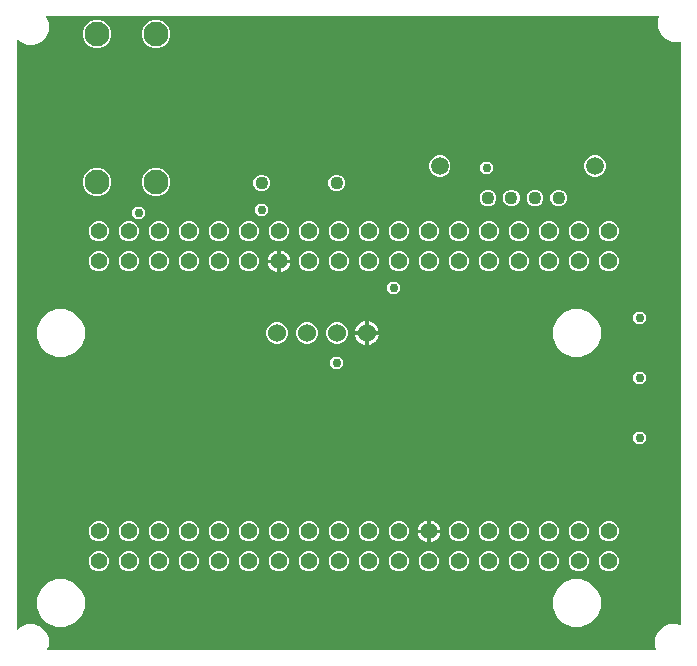
<source format=gbr>
G04 EAGLE Gerber RS-274X export*
G75*
%MOMM*%
%FSLAX34Y34*%
%LPD*%
%INEAGLE Copper Layer 2*%
%IPPOS*%
%AMOC8*
5,1,8,0,0,1.08239X$1,22.5*%
G01*
%ADD10C,1.524000*%
%ADD11C,2.100000*%
%ADD12C,1.397000*%
%ADD13C,1.108000*%
%ADD14C,1.508000*%
%ADD15C,0.756400*%

G36*
X-819844Y-2732270D02*
X-819844Y-2732270D01*
X-819798Y-2732272D01*
X-819723Y-2732250D01*
X-819646Y-2732238D01*
X-819605Y-2732216D01*
X-819561Y-2732203D01*
X-819497Y-2732159D01*
X-819429Y-2732122D01*
X-819397Y-2732089D01*
X-819359Y-2732063D01*
X-819313Y-2732000D01*
X-819259Y-2731944D01*
X-819240Y-2731902D01*
X-819213Y-2731866D01*
X-819188Y-2731792D01*
X-819156Y-2731721D01*
X-819151Y-2731675D01*
X-819136Y-2731632D01*
X-819137Y-2731554D01*
X-819129Y-2731477D01*
X-819138Y-2731432D01*
X-819139Y-2731386D01*
X-819177Y-2731254D01*
X-819181Y-2731236D01*
X-819183Y-2731232D01*
X-819185Y-2731225D01*
X-820341Y-2728436D01*
X-820341Y-2722404D01*
X-818033Y-2716832D01*
X-813768Y-2712567D01*
X-808196Y-2710259D01*
X-802164Y-2710259D01*
X-799375Y-2711415D01*
X-799331Y-2711425D01*
X-799289Y-2711444D01*
X-799212Y-2711453D01*
X-799136Y-2711471D01*
X-799090Y-2711466D01*
X-799045Y-2711471D01*
X-798968Y-2711455D01*
X-798891Y-2711448D01*
X-798849Y-2711429D01*
X-798804Y-2711419D01*
X-798737Y-2711379D01*
X-798666Y-2711348D01*
X-798632Y-2711317D01*
X-798593Y-2711293D01*
X-798542Y-2711234D01*
X-798485Y-2711181D01*
X-798463Y-2711141D01*
X-798433Y-2711106D01*
X-798404Y-2711034D01*
X-798367Y-2710966D01*
X-798358Y-2710921D01*
X-798341Y-2710878D01*
X-798326Y-2710742D01*
X-798323Y-2710724D01*
X-798324Y-2710719D01*
X-798323Y-2710711D01*
X-798323Y-2217941D01*
X-798330Y-2217896D01*
X-798328Y-2217850D01*
X-798350Y-2217775D01*
X-798362Y-2217698D01*
X-798384Y-2217658D01*
X-798397Y-2217613D01*
X-798441Y-2217549D01*
X-798478Y-2217481D01*
X-798511Y-2217449D01*
X-798537Y-2217411D01*
X-798600Y-2217365D01*
X-798656Y-2217311D01*
X-798697Y-2217292D01*
X-798734Y-2217265D01*
X-798809Y-2217240D01*
X-798879Y-2217208D01*
X-798925Y-2217203D01*
X-798968Y-2217188D01*
X-799046Y-2217189D01*
X-799123Y-2217181D01*
X-799168Y-2217190D01*
X-799214Y-2217191D01*
X-799345Y-2217229D01*
X-799364Y-2217233D01*
X-799368Y-2217235D01*
X-799375Y-2217238D01*
X-799624Y-2217341D01*
X-805656Y-2217341D01*
X-811228Y-2215033D01*
X-815493Y-2210768D01*
X-817801Y-2205196D01*
X-817801Y-2199164D01*
X-816645Y-2196375D01*
X-816635Y-2196331D01*
X-816616Y-2196289D01*
X-816607Y-2196212D01*
X-816589Y-2196136D01*
X-816594Y-2196090D01*
X-816589Y-2196045D01*
X-816605Y-2195968D01*
X-816612Y-2195891D01*
X-816631Y-2195849D01*
X-816641Y-2195804D01*
X-816681Y-2195737D01*
X-816712Y-2195666D01*
X-816743Y-2195632D01*
X-816767Y-2195593D01*
X-816826Y-2195542D01*
X-816879Y-2195485D01*
X-816919Y-2195463D01*
X-816954Y-2195433D01*
X-817026Y-2195404D01*
X-817094Y-2195367D01*
X-817139Y-2195358D01*
X-817182Y-2195341D01*
X-817318Y-2195326D01*
X-817336Y-2195323D01*
X-817341Y-2195324D01*
X-817349Y-2195323D01*
X-1335083Y-2195323D01*
X-1335129Y-2195330D01*
X-1335174Y-2195328D01*
X-1335249Y-2195350D01*
X-1335326Y-2195362D01*
X-1335367Y-2195384D01*
X-1335411Y-2195397D01*
X-1335475Y-2195441D01*
X-1335543Y-2195478D01*
X-1335575Y-2195511D01*
X-1335613Y-2195537D01*
X-1335659Y-2195600D01*
X-1335713Y-2195656D01*
X-1335732Y-2195698D01*
X-1335760Y-2195734D01*
X-1335784Y-2195808D01*
X-1335816Y-2195879D01*
X-1335822Y-2195925D01*
X-1335836Y-2195968D01*
X-1335835Y-2196046D01*
X-1335844Y-2196123D01*
X-1335834Y-2196168D01*
X-1335833Y-2196214D01*
X-1335795Y-2196346D01*
X-1335791Y-2196364D01*
X-1335789Y-2196368D01*
X-1335787Y-2196375D01*
X-1333579Y-2201704D01*
X-1333579Y-2207736D01*
X-1335887Y-2213308D01*
X-1340152Y-2217573D01*
X-1345724Y-2219881D01*
X-1351756Y-2219881D01*
X-1357328Y-2217573D01*
X-1359378Y-2215523D01*
X-1359436Y-2215481D01*
X-1359488Y-2215432D01*
X-1359535Y-2215410D01*
X-1359577Y-2215379D01*
X-1359646Y-2215358D01*
X-1359711Y-2215328D01*
X-1359763Y-2215322D01*
X-1359813Y-2215307D01*
X-1359884Y-2215309D01*
X-1359955Y-2215301D01*
X-1360006Y-2215312D01*
X-1360058Y-2215313D01*
X-1360126Y-2215338D01*
X-1360196Y-2215353D01*
X-1360241Y-2215380D01*
X-1360289Y-2215398D01*
X-1360345Y-2215443D01*
X-1360407Y-2215479D01*
X-1360441Y-2215519D01*
X-1360481Y-2215551D01*
X-1360520Y-2215612D01*
X-1360567Y-2215666D01*
X-1360586Y-2215715D01*
X-1360614Y-2215758D01*
X-1360632Y-2215828D01*
X-1360659Y-2215894D01*
X-1360667Y-2215966D01*
X-1360675Y-2215997D01*
X-1360673Y-2216020D01*
X-1360677Y-2216061D01*
X-1360677Y-2714079D01*
X-1360666Y-2714150D01*
X-1360664Y-2714221D01*
X-1360646Y-2714270D01*
X-1360638Y-2714322D01*
X-1360604Y-2714385D01*
X-1360579Y-2714452D01*
X-1360547Y-2714493D01*
X-1360522Y-2714539D01*
X-1360470Y-2714588D01*
X-1360426Y-2714644D01*
X-1360382Y-2714673D01*
X-1360344Y-2714708D01*
X-1360279Y-2714739D01*
X-1360219Y-2714777D01*
X-1360168Y-2714790D01*
X-1360121Y-2714812D01*
X-1360050Y-2714820D01*
X-1359980Y-2714837D01*
X-1359928Y-2714833D01*
X-1359877Y-2714839D01*
X-1359806Y-2714824D01*
X-1359735Y-2714818D01*
X-1359687Y-2714798D01*
X-1359636Y-2714787D01*
X-1359575Y-2714750D01*
X-1359509Y-2714722D01*
X-1359453Y-2714677D01*
X-1359425Y-2714661D01*
X-1359410Y-2714643D01*
X-1359378Y-2714617D01*
X-1357328Y-2712567D01*
X-1351756Y-2710259D01*
X-1345724Y-2710259D01*
X-1340152Y-2712567D01*
X-1335887Y-2716832D01*
X-1333579Y-2722404D01*
X-1333579Y-2728436D01*
X-1334735Y-2731225D01*
X-1334745Y-2731269D01*
X-1334764Y-2731311D01*
X-1334773Y-2731388D01*
X-1334791Y-2731464D01*
X-1334786Y-2731510D01*
X-1334791Y-2731555D01*
X-1334775Y-2731632D01*
X-1334768Y-2731709D01*
X-1334749Y-2731751D01*
X-1334739Y-2731796D01*
X-1334699Y-2731863D01*
X-1334668Y-2731934D01*
X-1334637Y-2731968D01*
X-1334613Y-2732007D01*
X-1334554Y-2732058D01*
X-1334501Y-2732115D01*
X-1334461Y-2732137D01*
X-1334426Y-2732167D01*
X-1334354Y-2732196D01*
X-1334286Y-2732233D01*
X-1334241Y-2732242D01*
X-1334198Y-2732259D01*
X-1334062Y-2732274D01*
X-1334044Y-2732277D01*
X-1334039Y-2732276D01*
X-1334031Y-2732277D01*
X-819889Y-2732277D01*
X-819844Y-2732270D01*
G37*
%LPC*%
G36*
X-890470Y-2712561D02*
X-890470Y-2712561D01*
X-897880Y-2709491D01*
X-903551Y-2703820D01*
X-906621Y-2696410D01*
X-906621Y-2688390D01*
X-903551Y-2680980D01*
X-897880Y-2675309D01*
X-890470Y-2672239D01*
X-882450Y-2672239D01*
X-875040Y-2675309D01*
X-869369Y-2680980D01*
X-866299Y-2688390D01*
X-866299Y-2696410D01*
X-869369Y-2703820D01*
X-875040Y-2709491D01*
X-882450Y-2712561D01*
X-890470Y-2712561D01*
G37*
%LPD*%
%LPC*%
G36*
X-1327350Y-2712561D02*
X-1327350Y-2712561D01*
X-1334760Y-2709491D01*
X-1340431Y-2703820D01*
X-1343501Y-2696410D01*
X-1343501Y-2688390D01*
X-1340431Y-2680980D01*
X-1334760Y-2675309D01*
X-1327350Y-2672239D01*
X-1319330Y-2672239D01*
X-1311920Y-2675309D01*
X-1306249Y-2680980D01*
X-1303179Y-2688390D01*
X-1303179Y-2696410D01*
X-1306249Y-2703820D01*
X-1311920Y-2709491D01*
X-1319330Y-2712561D01*
X-1327350Y-2712561D01*
G37*
%LPD*%
%LPC*%
G36*
X-1327350Y-2483961D02*
X-1327350Y-2483961D01*
X-1334760Y-2480891D01*
X-1340431Y-2475220D01*
X-1343501Y-2467810D01*
X-1343501Y-2459790D01*
X-1340431Y-2452380D01*
X-1334760Y-2446709D01*
X-1327350Y-2443639D01*
X-1319330Y-2443639D01*
X-1311920Y-2446709D01*
X-1306249Y-2452380D01*
X-1303179Y-2459790D01*
X-1303179Y-2467810D01*
X-1306249Y-2475220D01*
X-1311920Y-2480891D01*
X-1319330Y-2483961D01*
X-1327350Y-2483961D01*
G37*
%LPD*%
%LPC*%
G36*
X-890470Y-2483961D02*
X-890470Y-2483961D01*
X-897880Y-2480891D01*
X-903551Y-2475220D01*
X-906621Y-2467810D01*
X-906621Y-2459790D01*
X-903551Y-2452380D01*
X-897880Y-2446709D01*
X-890470Y-2443639D01*
X-882450Y-2443639D01*
X-875040Y-2446709D01*
X-869369Y-2452380D01*
X-866299Y-2459790D01*
X-866299Y-2467810D01*
X-869369Y-2475220D01*
X-875040Y-2480891D01*
X-882450Y-2483961D01*
X-890470Y-2483961D01*
G37*
%LPD*%
%LPC*%
G36*
X-1244852Y-2222825D02*
X-1244852Y-2222825D01*
X-1249271Y-2220994D01*
X-1252654Y-2217611D01*
X-1254485Y-2213192D01*
X-1254485Y-2208408D01*
X-1252654Y-2203989D01*
X-1249271Y-2200606D01*
X-1244852Y-2198775D01*
X-1240068Y-2198775D01*
X-1235649Y-2200606D01*
X-1232266Y-2203989D01*
X-1230435Y-2208408D01*
X-1230435Y-2213192D01*
X-1232266Y-2217611D01*
X-1235649Y-2220994D01*
X-1240068Y-2222825D01*
X-1244852Y-2222825D01*
G37*
%LPD*%
%LPC*%
G36*
X-1294852Y-2222825D02*
X-1294852Y-2222825D01*
X-1299271Y-2220994D01*
X-1302654Y-2217611D01*
X-1304485Y-2213192D01*
X-1304485Y-2208408D01*
X-1302654Y-2203989D01*
X-1299271Y-2200606D01*
X-1294852Y-2198775D01*
X-1290068Y-2198775D01*
X-1285649Y-2200606D01*
X-1282266Y-2203989D01*
X-1280435Y-2208408D01*
X-1280435Y-2213192D01*
X-1282266Y-2217611D01*
X-1285649Y-2220994D01*
X-1290068Y-2222825D01*
X-1294852Y-2222825D01*
G37*
%LPD*%
%LPC*%
G36*
X-1244852Y-2347825D02*
X-1244852Y-2347825D01*
X-1249271Y-2345994D01*
X-1252654Y-2342611D01*
X-1254485Y-2338192D01*
X-1254485Y-2333408D01*
X-1252654Y-2328989D01*
X-1249271Y-2325606D01*
X-1244852Y-2323775D01*
X-1240068Y-2323775D01*
X-1235649Y-2325606D01*
X-1232266Y-2328989D01*
X-1230435Y-2333408D01*
X-1230435Y-2338192D01*
X-1232266Y-2342611D01*
X-1235649Y-2345994D01*
X-1240068Y-2347825D01*
X-1244852Y-2347825D01*
G37*
%LPD*%
%LPC*%
G36*
X-1294852Y-2347825D02*
X-1294852Y-2347825D01*
X-1299271Y-2345994D01*
X-1302654Y-2342611D01*
X-1304485Y-2338192D01*
X-1304485Y-2333408D01*
X-1302654Y-2328989D01*
X-1299271Y-2325606D01*
X-1294852Y-2323775D01*
X-1290068Y-2323775D01*
X-1285649Y-2325606D01*
X-1282266Y-2328989D01*
X-1280435Y-2333408D01*
X-1280435Y-2338192D01*
X-1282266Y-2342611D01*
X-1285649Y-2345994D01*
X-1290068Y-2347825D01*
X-1294852Y-2347825D01*
G37*
%LPD*%
%LPC*%
G36*
X-1091479Y-2472945D02*
X-1091479Y-2472945D01*
X-1094840Y-2471553D01*
X-1097413Y-2468980D01*
X-1098805Y-2465619D01*
X-1098805Y-2461981D01*
X-1097413Y-2458620D01*
X-1094840Y-2456047D01*
X-1091479Y-2454655D01*
X-1087841Y-2454655D01*
X-1084480Y-2456047D01*
X-1081907Y-2458620D01*
X-1080515Y-2461981D01*
X-1080515Y-2465619D01*
X-1081907Y-2468980D01*
X-1084480Y-2471553D01*
X-1087841Y-2472945D01*
X-1091479Y-2472945D01*
G37*
%LPD*%
%LPC*%
G36*
X-1142279Y-2472945D02*
X-1142279Y-2472945D01*
X-1145640Y-2471553D01*
X-1148213Y-2468980D01*
X-1149605Y-2465619D01*
X-1149605Y-2461981D01*
X-1148213Y-2458620D01*
X-1145640Y-2456047D01*
X-1142279Y-2454655D01*
X-1138641Y-2454655D01*
X-1135280Y-2456047D01*
X-1132707Y-2458620D01*
X-1131315Y-2461981D01*
X-1131315Y-2465619D01*
X-1132707Y-2468980D01*
X-1135280Y-2471553D01*
X-1138641Y-2472945D01*
X-1142279Y-2472945D01*
G37*
%LPD*%
%LPC*%
G36*
X-1116879Y-2472945D02*
X-1116879Y-2472945D01*
X-1120240Y-2471553D01*
X-1122813Y-2468980D01*
X-1124205Y-2465619D01*
X-1124205Y-2461981D01*
X-1122813Y-2458620D01*
X-1120240Y-2456047D01*
X-1116879Y-2454655D01*
X-1113241Y-2454655D01*
X-1109880Y-2456047D01*
X-1107307Y-2458620D01*
X-1105915Y-2461981D01*
X-1105915Y-2465619D01*
X-1107307Y-2468980D01*
X-1109880Y-2471553D01*
X-1113241Y-2472945D01*
X-1116879Y-2472945D01*
G37*
%LPD*%
%LPC*%
G36*
X-872803Y-2331465D02*
X-872803Y-2331465D01*
X-876135Y-2330085D01*
X-878685Y-2327535D01*
X-880065Y-2324203D01*
X-880065Y-2320597D01*
X-878685Y-2317265D01*
X-876135Y-2314715D01*
X-872803Y-2313335D01*
X-869197Y-2313335D01*
X-865865Y-2314715D01*
X-863315Y-2317265D01*
X-861935Y-2320597D01*
X-861935Y-2324203D01*
X-863315Y-2327535D01*
X-865865Y-2330085D01*
X-869197Y-2331465D01*
X-872803Y-2331465D01*
G37*
%LPD*%
%LPC*%
G36*
X-1004203Y-2331465D02*
X-1004203Y-2331465D01*
X-1007535Y-2330085D01*
X-1010085Y-2327535D01*
X-1011465Y-2324203D01*
X-1011465Y-2320597D01*
X-1010085Y-2317265D01*
X-1007535Y-2314715D01*
X-1004203Y-2313335D01*
X-1000597Y-2313335D01*
X-997265Y-2314715D01*
X-994715Y-2317265D01*
X-993335Y-2320597D01*
X-993335Y-2324203D01*
X-994715Y-2327535D01*
X-997265Y-2330085D01*
X-1000597Y-2331465D01*
X-1004203Y-2331465D01*
G37*
%LPD*%
%LPC*%
G36*
X-1165693Y-2665610D02*
X-1165693Y-2665610D01*
X-1168820Y-2664314D01*
X-1171214Y-2661920D01*
X-1172510Y-2658793D01*
X-1172510Y-2655407D01*
X-1171214Y-2652280D01*
X-1168820Y-2649886D01*
X-1165693Y-2648590D01*
X-1162307Y-2648590D01*
X-1159180Y-2649886D01*
X-1156786Y-2652280D01*
X-1155490Y-2655407D01*
X-1155490Y-2658793D01*
X-1156786Y-2661920D01*
X-1159180Y-2664314D01*
X-1162307Y-2665610D01*
X-1165693Y-2665610D01*
G37*
%LPD*%
%LPC*%
G36*
X-1191093Y-2665610D02*
X-1191093Y-2665610D01*
X-1194220Y-2664314D01*
X-1196614Y-2661920D01*
X-1197910Y-2658793D01*
X-1197910Y-2655407D01*
X-1196614Y-2652280D01*
X-1194220Y-2649886D01*
X-1191093Y-2648590D01*
X-1187707Y-2648590D01*
X-1184580Y-2649886D01*
X-1182186Y-2652280D01*
X-1180890Y-2655407D01*
X-1180890Y-2658793D01*
X-1182186Y-2661920D01*
X-1184580Y-2664314D01*
X-1187707Y-2665610D01*
X-1191093Y-2665610D01*
G37*
%LPD*%
%LPC*%
G36*
X-1216493Y-2665610D02*
X-1216493Y-2665610D01*
X-1219620Y-2664314D01*
X-1222014Y-2661920D01*
X-1223310Y-2658793D01*
X-1223310Y-2655407D01*
X-1222014Y-2652280D01*
X-1219620Y-2649886D01*
X-1216493Y-2648590D01*
X-1213107Y-2648590D01*
X-1209980Y-2649886D01*
X-1207586Y-2652280D01*
X-1206290Y-2655407D01*
X-1206290Y-2658793D01*
X-1207586Y-2661920D01*
X-1209980Y-2664314D01*
X-1213107Y-2665610D01*
X-1216493Y-2665610D01*
G37*
%LPD*%
%LPC*%
G36*
X-1241893Y-2665610D02*
X-1241893Y-2665610D01*
X-1245020Y-2664314D01*
X-1247414Y-2661920D01*
X-1248710Y-2658793D01*
X-1248710Y-2655407D01*
X-1247414Y-2652280D01*
X-1245020Y-2649886D01*
X-1241893Y-2648590D01*
X-1238507Y-2648590D01*
X-1235380Y-2649886D01*
X-1232986Y-2652280D01*
X-1231690Y-2655407D01*
X-1231690Y-2658793D01*
X-1232986Y-2661920D01*
X-1235380Y-2664314D01*
X-1238507Y-2665610D01*
X-1241893Y-2665610D01*
G37*
%LPD*%
%LPC*%
G36*
X-1267293Y-2665610D02*
X-1267293Y-2665610D01*
X-1270420Y-2664314D01*
X-1272814Y-2661920D01*
X-1274110Y-2658793D01*
X-1274110Y-2655407D01*
X-1272814Y-2652280D01*
X-1270420Y-2649886D01*
X-1267293Y-2648590D01*
X-1263907Y-2648590D01*
X-1260780Y-2649886D01*
X-1258386Y-2652280D01*
X-1257090Y-2655407D01*
X-1257090Y-2658793D01*
X-1258386Y-2661920D01*
X-1260780Y-2664314D01*
X-1263907Y-2665610D01*
X-1267293Y-2665610D01*
G37*
%LPD*%
%LPC*%
G36*
X-1292693Y-2665610D02*
X-1292693Y-2665610D01*
X-1295820Y-2664314D01*
X-1298214Y-2661920D01*
X-1299510Y-2658793D01*
X-1299510Y-2655407D01*
X-1298214Y-2652280D01*
X-1295820Y-2649886D01*
X-1292693Y-2648590D01*
X-1289307Y-2648590D01*
X-1286180Y-2649886D01*
X-1283786Y-2652280D01*
X-1282490Y-2655407D01*
X-1282490Y-2658793D01*
X-1283786Y-2661920D01*
X-1286180Y-2664314D01*
X-1289307Y-2665610D01*
X-1292693Y-2665610D01*
G37*
%LPD*%
%LPC*%
G36*
X-987893Y-2665610D02*
X-987893Y-2665610D01*
X-991020Y-2664314D01*
X-993414Y-2661920D01*
X-994710Y-2658793D01*
X-994710Y-2655407D01*
X-993414Y-2652280D01*
X-991020Y-2649886D01*
X-987893Y-2648590D01*
X-984507Y-2648590D01*
X-981380Y-2649886D01*
X-978986Y-2652280D01*
X-977690Y-2655407D01*
X-977690Y-2658793D01*
X-978986Y-2661920D01*
X-981380Y-2664314D01*
X-984507Y-2665610D01*
X-987893Y-2665610D01*
G37*
%LPD*%
%LPC*%
G36*
X-962493Y-2386210D02*
X-962493Y-2386210D01*
X-965620Y-2384914D01*
X-968014Y-2382520D01*
X-969310Y-2379393D01*
X-969310Y-2376007D01*
X-968014Y-2372880D01*
X-965620Y-2370486D01*
X-962493Y-2369190D01*
X-959107Y-2369190D01*
X-955980Y-2370486D01*
X-953586Y-2372880D01*
X-952290Y-2376007D01*
X-952290Y-2379393D01*
X-953586Y-2382520D01*
X-955980Y-2384914D01*
X-959107Y-2386210D01*
X-962493Y-2386210D01*
G37*
%LPD*%
%LPC*%
G36*
X-1114893Y-2386210D02*
X-1114893Y-2386210D01*
X-1118020Y-2384914D01*
X-1120414Y-2382520D01*
X-1121710Y-2379393D01*
X-1121710Y-2376007D01*
X-1120414Y-2372880D01*
X-1118020Y-2370486D01*
X-1114893Y-2369190D01*
X-1111507Y-2369190D01*
X-1108380Y-2370486D01*
X-1105986Y-2372880D01*
X-1104690Y-2376007D01*
X-1104690Y-2379393D01*
X-1105986Y-2382520D01*
X-1108380Y-2384914D01*
X-1111507Y-2386210D01*
X-1114893Y-2386210D01*
G37*
%LPD*%
%LPC*%
G36*
X-1140293Y-2386210D02*
X-1140293Y-2386210D01*
X-1143420Y-2384914D01*
X-1145814Y-2382520D01*
X-1147110Y-2379393D01*
X-1147110Y-2376007D01*
X-1145814Y-2372880D01*
X-1143420Y-2370486D01*
X-1140293Y-2369190D01*
X-1136907Y-2369190D01*
X-1133780Y-2370486D01*
X-1131386Y-2372880D01*
X-1130090Y-2376007D01*
X-1130090Y-2379393D01*
X-1131386Y-2382520D01*
X-1133780Y-2384914D01*
X-1136907Y-2386210D01*
X-1140293Y-2386210D01*
G37*
%LPD*%
%LPC*%
G36*
X-1165693Y-2386210D02*
X-1165693Y-2386210D01*
X-1168820Y-2384914D01*
X-1171214Y-2382520D01*
X-1172510Y-2379393D01*
X-1172510Y-2376007D01*
X-1171214Y-2372880D01*
X-1168820Y-2370486D01*
X-1165693Y-2369190D01*
X-1162307Y-2369190D01*
X-1159180Y-2370486D01*
X-1156786Y-2372880D01*
X-1155490Y-2376007D01*
X-1155490Y-2379393D01*
X-1156786Y-2382520D01*
X-1159180Y-2384914D01*
X-1162307Y-2386210D01*
X-1165693Y-2386210D01*
G37*
%LPD*%
%LPC*%
G36*
X-1191093Y-2386210D02*
X-1191093Y-2386210D01*
X-1194220Y-2384914D01*
X-1196614Y-2382520D01*
X-1197910Y-2379393D01*
X-1197910Y-2376007D01*
X-1196614Y-2372880D01*
X-1194220Y-2370486D01*
X-1191093Y-2369190D01*
X-1187707Y-2369190D01*
X-1184580Y-2370486D01*
X-1182186Y-2372880D01*
X-1180890Y-2376007D01*
X-1180890Y-2379393D01*
X-1182186Y-2382520D01*
X-1184580Y-2384914D01*
X-1187707Y-2386210D01*
X-1191093Y-2386210D01*
G37*
%LPD*%
%LPC*%
G36*
X-1267293Y-2386210D02*
X-1267293Y-2386210D01*
X-1270420Y-2384914D01*
X-1272814Y-2382520D01*
X-1274110Y-2379393D01*
X-1274110Y-2376007D01*
X-1272814Y-2372880D01*
X-1270420Y-2370486D01*
X-1267293Y-2369190D01*
X-1263907Y-2369190D01*
X-1260780Y-2370486D01*
X-1258386Y-2372880D01*
X-1257090Y-2376007D01*
X-1257090Y-2379393D01*
X-1258386Y-2382520D01*
X-1260780Y-2384914D01*
X-1263907Y-2386210D01*
X-1267293Y-2386210D01*
G37*
%LPD*%
%LPC*%
G36*
X-1216493Y-2386210D02*
X-1216493Y-2386210D01*
X-1219620Y-2384914D01*
X-1222014Y-2382520D01*
X-1223310Y-2379393D01*
X-1223310Y-2376007D01*
X-1222014Y-2372880D01*
X-1219620Y-2370486D01*
X-1216493Y-2369190D01*
X-1213107Y-2369190D01*
X-1209980Y-2370486D01*
X-1207586Y-2372880D01*
X-1206290Y-2376007D01*
X-1206290Y-2379393D01*
X-1207586Y-2382520D01*
X-1209980Y-2384914D01*
X-1213107Y-2386210D01*
X-1216493Y-2386210D01*
G37*
%LPD*%
%LPC*%
G36*
X-1241893Y-2386210D02*
X-1241893Y-2386210D01*
X-1245020Y-2384914D01*
X-1247414Y-2382520D01*
X-1248710Y-2379393D01*
X-1248710Y-2376007D01*
X-1247414Y-2372880D01*
X-1245020Y-2370486D01*
X-1241893Y-2369190D01*
X-1238507Y-2369190D01*
X-1235380Y-2370486D01*
X-1232986Y-2372880D01*
X-1231690Y-2376007D01*
X-1231690Y-2379393D01*
X-1232986Y-2382520D01*
X-1235380Y-2384914D01*
X-1238507Y-2386210D01*
X-1241893Y-2386210D01*
G37*
%LPD*%
%LPC*%
G36*
X-1292693Y-2386210D02*
X-1292693Y-2386210D01*
X-1295820Y-2384914D01*
X-1298214Y-2382520D01*
X-1299510Y-2379393D01*
X-1299510Y-2376007D01*
X-1298214Y-2372880D01*
X-1295820Y-2370486D01*
X-1292693Y-2369190D01*
X-1289307Y-2369190D01*
X-1286180Y-2370486D01*
X-1283786Y-2372880D01*
X-1282490Y-2376007D01*
X-1282490Y-2379393D01*
X-1283786Y-2382520D01*
X-1286180Y-2384914D01*
X-1289307Y-2386210D01*
X-1292693Y-2386210D01*
G37*
%LPD*%
%LPC*%
G36*
X-911693Y-2386210D02*
X-911693Y-2386210D01*
X-914820Y-2384914D01*
X-917214Y-2382520D01*
X-918510Y-2379393D01*
X-918510Y-2376007D01*
X-917214Y-2372880D01*
X-914820Y-2370486D01*
X-911693Y-2369190D01*
X-908307Y-2369190D01*
X-905180Y-2370486D01*
X-902786Y-2372880D01*
X-901490Y-2376007D01*
X-901490Y-2379393D01*
X-902786Y-2382520D01*
X-905180Y-2384914D01*
X-908307Y-2386210D01*
X-911693Y-2386210D01*
G37*
%LPD*%
%LPC*%
G36*
X-860893Y-2386210D02*
X-860893Y-2386210D01*
X-864020Y-2384914D01*
X-866414Y-2382520D01*
X-867710Y-2379393D01*
X-867710Y-2376007D01*
X-866414Y-2372880D01*
X-864020Y-2370486D01*
X-860893Y-2369190D01*
X-857507Y-2369190D01*
X-854380Y-2370486D01*
X-851986Y-2372880D01*
X-850690Y-2376007D01*
X-850690Y-2379393D01*
X-851986Y-2382520D01*
X-854380Y-2384914D01*
X-857507Y-2386210D01*
X-860893Y-2386210D01*
G37*
%LPD*%
%LPC*%
G36*
X-886293Y-2386210D02*
X-886293Y-2386210D01*
X-889420Y-2384914D01*
X-891814Y-2382520D01*
X-893110Y-2379393D01*
X-893110Y-2376007D01*
X-891814Y-2372880D01*
X-889420Y-2370486D01*
X-886293Y-2369190D01*
X-882907Y-2369190D01*
X-879780Y-2370486D01*
X-877386Y-2372880D01*
X-876090Y-2376007D01*
X-876090Y-2379393D01*
X-877386Y-2382520D01*
X-879780Y-2384914D01*
X-882907Y-2386210D01*
X-886293Y-2386210D01*
G37*
%LPD*%
%LPC*%
G36*
X-937093Y-2386210D02*
X-937093Y-2386210D01*
X-940220Y-2384914D01*
X-942614Y-2382520D01*
X-943910Y-2379393D01*
X-943910Y-2376007D01*
X-942614Y-2372880D01*
X-940220Y-2370486D01*
X-937093Y-2369190D01*
X-933707Y-2369190D01*
X-930580Y-2370486D01*
X-928186Y-2372880D01*
X-926890Y-2376007D01*
X-926890Y-2379393D01*
X-928186Y-2382520D01*
X-930580Y-2384914D01*
X-933707Y-2386210D01*
X-937093Y-2386210D01*
G37*
%LPD*%
%LPC*%
G36*
X-987893Y-2386210D02*
X-987893Y-2386210D01*
X-991020Y-2384914D01*
X-993414Y-2382520D01*
X-994710Y-2379393D01*
X-994710Y-2376007D01*
X-993414Y-2372880D01*
X-991020Y-2370486D01*
X-987893Y-2369190D01*
X-984507Y-2369190D01*
X-981380Y-2370486D01*
X-978986Y-2372880D01*
X-977690Y-2376007D01*
X-977690Y-2379393D01*
X-978986Y-2382520D01*
X-981380Y-2384914D01*
X-984507Y-2386210D01*
X-987893Y-2386210D01*
G37*
%LPD*%
%LPC*%
G36*
X-1013293Y-2386210D02*
X-1013293Y-2386210D01*
X-1016420Y-2384914D01*
X-1018814Y-2382520D01*
X-1020110Y-2379393D01*
X-1020110Y-2376007D01*
X-1018814Y-2372880D01*
X-1016420Y-2370486D01*
X-1013293Y-2369190D01*
X-1009907Y-2369190D01*
X-1006780Y-2370486D01*
X-1004386Y-2372880D01*
X-1003090Y-2376007D01*
X-1003090Y-2379393D01*
X-1004386Y-2382520D01*
X-1006780Y-2384914D01*
X-1009907Y-2386210D01*
X-1013293Y-2386210D01*
G37*
%LPD*%
%LPC*%
G36*
X-1038693Y-2386210D02*
X-1038693Y-2386210D01*
X-1041820Y-2384914D01*
X-1044214Y-2382520D01*
X-1045510Y-2379393D01*
X-1045510Y-2376007D01*
X-1044214Y-2372880D01*
X-1041820Y-2370486D01*
X-1038693Y-2369190D01*
X-1035307Y-2369190D01*
X-1032180Y-2370486D01*
X-1029786Y-2372880D01*
X-1028490Y-2376007D01*
X-1028490Y-2379393D01*
X-1029786Y-2382520D01*
X-1032180Y-2384914D01*
X-1035307Y-2386210D01*
X-1038693Y-2386210D01*
G37*
%LPD*%
%LPC*%
G36*
X-1064093Y-2386210D02*
X-1064093Y-2386210D01*
X-1067220Y-2384914D01*
X-1069614Y-2382520D01*
X-1070910Y-2379393D01*
X-1070910Y-2376007D01*
X-1069614Y-2372880D01*
X-1067220Y-2370486D01*
X-1064093Y-2369190D01*
X-1060707Y-2369190D01*
X-1057580Y-2370486D01*
X-1055186Y-2372880D01*
X-1053890Y-2376007D01*
X-1053890Y-2379393D01*
X-1055186Y-2382520D01*
X-1057580Y-2384914D01*
X-1060707Y-2386210D01*
X-1064093Y-2386210D01*
G37*
%LPD*%
%LPC*%
G36*
X-1089493Y-2386210D02*
X-1089493Y-2386210D01*
X-1092620Y-2384914D01*
X-1095014Y-2382520D01*
X-1096310Y-2379393D01*
X-1096310Y-2376007D01*
X-1095014Y-2372880D01*
X-1092620Y-2370486D01*
X-1089493Y-2369190D01*
X-1086107Y-2369190D01*
X-1082980Y-2370486D01*
X-1080586Y-2372880D01*
X-1079290Y-2376007D01*
X-1079290Y-2379393D01*
X-1080586Y-2382520D01*
X-1082980Y-2384914D01*
X-1086107Y-2386210D01*
X-1089493Y-2386210D01*
G37*
%LPD*%
%LPC*%
G36*
X-987893Y-2411610D02*
X-987893Y-2411610D01*
X-991020Y-2410314D01*
X-993414Y-2407920D01*
X-994710Y-2404793D01*
X-994710Y-2401407D01*
X-993414Y-2398280D01*
X-991020Y-2395886D01*
X-987893Y-2394590D01*
X-984507Y-2394590D01*
X-981380Y-2395886D01*
X-978986Y-2398280D01*
X-977690Y-2401407D01*
X-977690Y-2404793D01*
X-978986Y-2407920D01*
X-981380Y-2410314D01*
X-984507Y-2411610D01*
X-987893Y-2411610D01*
G37*
%LPD*%
%LPC*%
G36*
X-1013293Y-2411610D02*
X-1013293Y-2411610D01*
X-1016420Y-2410314D01*
X-1018814Y-2407920D01*
X-1020110Y-2404793D01*
X-1020110Y-2401407D01*
X-1018814Y-2398280D01*
X-1016420Y-2395886D01*
X-1013293Y-2394590D01*
X-1009907Y-2394590D01*
X-1006780Y-2395886D01*
X-1004386Y-2398280D01*
X-1003090Y-2401407D01*
X-1003090Y-2404793D01*
X-1004386Y-2407920D01*
X-1006780Y-2410314D01*
X-1009907Y-2411610D01*
X-1013293Y-2411610D01*
G37*
%LPD*%
%LPC*%
G36*
X-1038693Y-2411610D02*
X-1038693Y-2411610D01*
X-1041820Y-2410314D01*
X-1044214Y-2407920D01*
X-1045510Y-2404793D01*
X-1045510Y-2401407D01*
X-1044214Y-2398280D01*
X-1041820Y-2395886D01*
X-1038693Y-2394590D01*
X-1035307Y-2394590D01*
X-1032180Y-2395886D01*
X-1029786Y-2398280D01*
X-1028490Y-2401407D01*
X-1028490Y-2404793D01*
X-1029786Y-2407920D01*
X-1032180Y-2410314D01*
X-1035307Y-2411610D01*
X-1038693Y-2411610D01*
G37*
%LPD*%
%LPC*%
G36*
X-1064093Y-2411610D02*
X-1064093Y-2411610D01*
X-1067220Y-2410314D01*
X-1069614Y-2407920D01*
X-1070910Y-2404793D01*
X-1070910Y-2401407D01*
X-1069614Y-2398280D01*
X-1067220Y-2395886D01*
X-1064093Y-2394590D01*
X-1060707Y-2394590D01*
X-1057580Y-2395886D01*
X-1055186Y-2398280D01*
X-1053890Y-2401407D01*
X-1053890Y-2404793D01*
X-1055186Y-2407920D01*
X-1057580Y-2410314D01*
X-1060707Y-2411610D01*
X-1064093Y-2411610D01*
G37*
%LPD*%
%LPC*%
G36*
X-1089493Y-2411610D02*
X-1089493Y-2411610D01*
X-1092620Y-2410314D01*
X-1095014Y-2407920D01*
X-1096310Y-2404793D01*
X-1096310Y-2401407D01*
X-1095014Y-2398280D01*
X-1092620Y-2395886D01*
X-1089493Y-2394590D01*
X-1086107Y-2394590D01*
X-1082980Y-2395886D01*
X-1080586Y-2398280D01*
X-1079290Y-2401407D01*
X-1079290Y-2404793D01*
X-1080586Y-2407920D01*
X-1082980Y-2410314D01*
X-1086107Y-2411610D01*
X-1089493Y-2411610D01*
G37*
%LPD*%
%LPC*%
G36*
X-1114893Y-2411610D02*
X-1114893Y-2411610D01*
X-1118020Y-2410314D01*
X-1120414Y-2407920D01*
X-1121710Y-2404793D01*
X-1121710Y-2401407D01*
X-1120414Y-2398280D01*
X-1118020Y-2395886D01*
X-1114893Y-2394590D01*
X-1111507Y-2394590D01*
X-1108380Y-2395886D01*
X-1105986Y-2398280D01*
X-1104690Y-2401407D01*
X-1104690Y-2404793D01*
X-1105986Y-2407920D01*
X-1108380Y-2410314D01*
X-1111507Y-2411610D01*
X-1114893Y-2411610D01*
G37*
%LPD*%
%LPC*%
G36*
X-1165693Y-2411610D02*
X-1165693Y-2411610D01*
X-1168820Y-2410314D01*
X-1171214Y-2407920D01*
X-1172510Y-2404793D01*
X-1172510Y-2401407D01*
X-1171214Y-2398280D01*
X-1168820Y-2395886D01*
X-1165693Y-2394590D01*
X-1162307Y-2394590D01*
X-1159180Y-2395886D01*
X-1156786Y-2398280D01*
X-1155490Y-2401407D01*
X-1155490Y-2404793D01*
X-1156786Y-2407920D01*
X-1159180Y-2410314D01*
X-1162307Y-2411610D01*
X-1165693Y-2411610D01*
G37*
%LPD*%
%LPC*%
G36*
X-1191093Y-2411610D02*
X-1191093Y-2411610D01*
X-1194220Y-2410314D01*
X-1196614Y-2407920D01*
X-1197910Y-2404793D01*
X-1197910Y-2401407D01*
X-1196614Y-2398280D01*
X-1194220Y-2395886D01*
X-1191093Y-2394590D01*
X-1187707Y-2394590D01*
X-1184580Y-2395886D01*
X-1182186Y-2398280D01*
X-1180890Y-2401407D01*
X-1180890Y-2404793D01*
X-1182186Y-2407920D01*
X-1184580Y-2410314D01*
X-1187707Y-2411610D01*
X-1191093Y-2411610D01*
G37*
%LPD*%
%LPC*%
G36*
X-1216493Y-2411610D02*
X-1216493Y-2411610D01*
X-1219620Y-2410314D01*
X-1222014Y-2407920D01*
X-1223310Y-2404793D01*
X-1223310Y-2401407D01*
X-1222014Y-2398280D01*
X-1219620Y-2395886D01*
X-1216493Y-2394590D01*
X-1213107Y-2394590D01*
X-1209980Y-2395886D01*
X-1207586Y-2398280D01*
X-1206290Y-2401407D01*
X-1206290Y-2404793D01*
X-1207586Y-2407920D01*
X-1209980Y-2410314D01*
X-1213107Y-2411610D01*
X-1216493Y-2411610D01*
G37*
%LPD*%
%LPC*%
G36*
X-1241893Y-2411610D02*
X-1241893Y-2411610D01*
X-1245020Y-2410314D01*
X-1247414Y-2407920D01*
X-1248710Y-2404793D01*
X-1248710Y-2401407D01*
X-1247414Y-2398280D01*
X-1245020Y-2395886D01*
X-1241893Y-2394590D01*
X-1238507Y-2394590D01*
X-1235380Y-2395886D01*
X-1232986Y-2398280D01*
X-1231690Y-2401407D01*
X-1231690Y-2404793D01*
X-1232986Y-2407920D01*
X-1235380Y-2410314D01*
X-1238507Y-2411610D01*
X-1241893Y-2411610D01*
G37*
%LPD*%
%LPC*%
G36*
X-1267293Y-2411610D02*
X-1267293Y-2411610D01*
X-1270420Y-2410314D01*
X-1272814Y-2407920D01*
X-1274110Y-2404793D01*
X-1274110Y-2401407D01*
X-1272814Y-2398280D01*
X-1270420Y-2395886D01*
X-1267293Y-2394590D01*
X-1263907Y-2394590D01*
X-1260780Y-2395886D01*
X-1258386Y-2398280D01*
X-1257090Y-2401407D01*
X-1257090Y-2404793D01*
X-1258386Y-2407920D01*
X-1260780Y-2410314D01*
X-1263907Y-2411610D01*
X-1267293Y-2411610D01*
G37*
%LPD*%
%LPC*%
G36*
X-1292693Y-2411610D02*
X-1292693Y-2411610D01*
X-1295820Y-2410314D01*
X-1298214Y-2407920D01*
X-1299510Y-2404793D01*
X-1299510Y-2401407D01*
X-1298214Y-2398280D01*
X-1295820Y-2395886D01*
X-1292693Y-2394590D01*
X-1289307Y-2394590D01*
X-1286180Y-2395886D01*
X-1283786Y-2398280D01*
X-1282490Y-2401407D01*
X-1282490Y-2404793D01*
X-1283786Y-2407920D01*
X-1286180Y-2410314D01*
X-1289307Y-2411610D01*
X-1292693Y-2411610D01*
G37*
%LPD*%
%LPC*%
G36*
X-860893Y-2411610D02*
X-860893Y-2411610D01*
X-864020Y-2410314D01*
X-866414Y-2407920D01*
X-867710Y-2404793D01*
X-867710Y-2401407D01*
X-866414Y-2398280D01*
X-864020Y-2395886D01*
X-860893Y-2394590D01*
X-857507Y-2394590D01*
X-854380Y-2395886D01*
X-851986Y-2398280D01*
X-850690Y-2401407D01*
X-850690Y-2404793D01*
X-851986Y-2407920D01*
X-854380Y-2410314D01*
X-857507Y-2411610D01*
X-860893Y-2411610D01*
G37*
%LPD*%
%LPC*%
G36*
X-886293Y-2411610D02*
X-886293Y-2411610D01*
X-889420Y-2410314D01*
X-891814Y-2407920D01*
X-893110Y-2404793D01*
X-893110Y-2401407D01*
X-891814Y-2398280D01*
X-889420Y-2395886D01*
X-886293Y-2394590D01*
X-882907Y-2394590D01*
X-879780Y-2395886D01*
X-877386Y-2398280D01*
X-876090Y-2401407D01*
X-876090Y-2404793D01*
X-877386Y-2407920D01*
X-879780Y-2410314D01*
X-882907Y-2411610D01*
X-886293Y-2411610D01*
G37*
%LPD*%
%LPC*%
G36*
X-911693Y-2411610D02*
X-911693Y-2411610D01*
X-914820Y-2410314D01*
X-917214Y-2407920D01*
X-918510Y-2404793D01*
X-918510Y-2401407D01*
X-917214Y-2398280D01*
X-914820Y-2395886D01*
X-911693Y-2394590D01*
X-908307Y-2394590D01*
X-905180Y-2395886D01*
X-902786Y-2398280D01*
X-901490Y-2401407D01*
X-901490Y-2404793D01*
X-902786Y-2407920D01*
X-905180Y-2410314D01*
X-908307Y-2411610D01*
X-911693Y-2411610D01*
G37*
%LPD*%
%LPC*%
G36*
X-937093Y-2411610D02*
X-937093Y-2411610D01*
X-940220Y-2410314D01*
X-942614Y-2407920D01*
X-943910Y-2404793D01*
X-943910Y-2401407D01*
X-942614Y-2398280D01*
X-940220Y-2395886D01*
X-937093Y-2394590D01*
X-933707Y-2394590D01*
X-930580Y-2395886D01*
X-928186Y-2398280D01*
X-926890Y-2401407D01*
X-926890Y-2404793D01*
X-928186Y-2407920D01*
X-930580Y-2410314D01*
X-933707Y-2411610D01*
X-937093Y-2411610D01*
G37*
%LPD*%
%LPC*%
G36*
X-962493Y-2411610D02*
X-962493Y-2411610D01*
X-965620Y-2410314D01*
X-968014Y-2407920D01*
X-969310Y-2404793D01*
X-969310Y-2401407D01*
X-968014Y-2398280D01*
X-965620Y-2395886D01*
X-962493Y-2394590D01*
X-959107Y-2394590D01*
X-955980Y-2395886D01*
X-953586Y-2398280D01*
X-952290Y-2401407D01*
X-952290Y-2404793D01*
X-953586Y-2407920D01*
X-955980Y-2410314D01*
X-959107Y-2411610D01*
X-962493Y-2411610D01*
G37*
%LPD*%
%LPC*%
G36*
X-1292693Y-2640210D02*
X-1292693Y-2640210D01*
X-1295820Y-2638914D01*
X-1298214Y-2636520D01*
X-1299510Y-2633393D01*
X-1299510Y-2630007D01*
X-1298214Y-2626880D01*
X-1295820Y-2624486D01*
X-1292693Y-2623190D01*
X-1289307Y-2623190D01*
X-1286180Y-2624486D01*
X-1283786Y-2626880D01*
X-1282490Y-2630007D01*
X-1282490Y-2633393D01*
X-1283786Y-2636520D01*
X-1286180Y-2638914D01*
X-1289307Y-2640210D01*
X-1292693Y-2640210D01*
G37*
%LPD*%
%LPC*%
G36*
X-987893Y-2640210D02*
X-987893Y-2640210D01*
X-991020Y-2638914D01*
X-993414Y-2636520D01*
X-994710Y-2633393D01*
X-994710Y-2630007D01*
X-993414Y-2626880D01*
X-991020Y-2624486D01*
X-987893Y-2623190D01*
X-984507Y-2623190D01*
X-981380Y-2624486D01*
X-978986Y-2626880D01*
X-977690Y-2630007D01*
X-977690Y-2633393D01*
X-978986Y-2636520D01*
X-981380Y-2638914D01*
X-984507Y-2640210D01*
X-987893Y-2640210D01*
G37*
%LPD*%
%LPC*%
G36*
X-1038693Y-2640210D02*
X-1038693Y-2640210D01*
X-1041820Y-2638914D01*
X-1044214Y-2636520D01*
X-1045510Y-2633393D01*
X-1045510Y-2630007D01*
X-1044214Y-2626880D01*
X-1041820Y-2624486D01*
X-1038693Y-2623190D01*
X-1035307Y-2623190D01*
X-1032180Y-2624486D01*
X-1029786Y-2626880D01*
X-1028490Y-2630007D01*
X-1028490Y-2633393D01*
X-1029786Y-2636520D01*
X-1032180Y-2638914D01*
X-1035307Y-2640210D01*
X-1038693Y-2640210D01*
G37*
%LPD*%
%LPC*%
G36*
X-1064093Y-2640210D02*
X-1064093Y-2640210D01*
X-1067220Y-2638914D01*
X-1069614Y-2636520D01*
X-1070910Y-2633393D01*
X-1070910Y-2630007D01*
X-1069614Y-2626880D01*
X-1067220Y-2624486D01*
X-1064093Y-2623190D01*
X-1060707Y-2623190D01*
X-1057580Y-2624486D01*
X-1055186Y-2626880D01*
X-1053890Y-2630007D01*
X-1053890Y-2633393D01*
X-1055186Y-2636520D01*
X-1057580Y-2638914D01*
X-1060707Y-2640210D01*
X-1064093Y-2640210D01*
G37*
%LPD*%
%LPC*%
G36*
X-1089493Y-2640210D02*
X-1089493Y-2640210D01*
X-1092620Y-2638914D01*
X-1095014Y-2636520D01*
X-1096310Y-2633393D01*
X-1096310Y-2630007D01*
X-1095014Y-2626880D01*
X-1092620Y-2624486D01*
X-1089493Y-2623190D01*
X-1086107Y-2623190D01*
X-1082980Y-2624486D01*
X-1080586Y-2626880D01*
X-1079290Y-2630007D01*
X-1079290Y-2633393D01*
X-1080586Y-2636520D01*
X-1082980Y-2638914D01*
X-1086107Y-2640210D01*
X-1089493Y-2640210D01*
G37*
%LPD*%
%LPC*%
G36*
X-1114893Y-2640210D02*
X-1114893Y-2640210D01*
X-1118020Y-2638914D01*
X-1120414Y-2636520D01*
X-1121710Y-2633393D01*
X-1121710Y-2630007D01*
X-1120414Y-2626880D01*
X-1118020Y-2624486D01*
X-1114893Y-2623190D01*
X-1111507Y-2623190D01*
X-1108380Y-2624486D01*
X-1105986Y-2626880D01*
X-1104690Y-2630007D01*
X-1104690Y-2633393D01*
X-1105986Y-2636520D01*
X-1108380Y-2638914D01*
X-1111507Y-2640210D01*
X-1114893Y-2640210D01*
G37*
%LPD*%
%LPC*%
G36*
X-1140293Y-2640210D02*
X-1140293Y-2640210D01*
X-1143420Y-2638914D01*
X-1145814Y-2636520D01*
X-1147110Y-2633393D01*
X-1147110Y-2630007D01*
X-1145814Y-2626880D01*
X-1143420Y-2624486D01*
X-1140293Y-2623190D01*
X-1136907Y-2623190D01*
X-1133780Y-2624486D01*
X-1131386Y-2626880D01*
X-1130090Y-2630007D01*
X-1130090Y-2633393D01*
X-1131386Y-2636520D01*
X-1133780Y-2638914D01*
X-1136907Y-2640210D01*
X-1140293Y-2640210D01*
G37*
%LPD*%
%LPC*%
G36*
X-1165693Y-2640210D02*
X-1165693Y-2640210D01*
X-1168820Y-2638914D01*
X-1171214Y-2636520D01*
X-1172510Y-2633393D01*
X-1172510Y-2630007D01*
X-1171214Y-2626880D01*
X-1168820Y-2624486D01*
X-1165693Y-2623190D01*
X-1162307Y-2623190D01*
X-1159180Y-2624486D01*
X-1156786Y-2626880D01*
X-1155490Y-2630007D01*
X-1155490Y-2633393D01*
X-1156786Y-2636520D01*
X-1159180Y-2638914D01*
X-1162307Y-2640210D01*
X-1165693Y-2640210D01*
G37*
%LPD*%
%LPC*%
G36*
X-1191093Y-2640210D02*
X-1191093Y-2640210D01*
X-1194220Y-2638914D01*
X-1196614Y-2636520D01*
X-1197910Y-2633393D01*
X-1197910Y-2630007D01*
X-1196614Y-2626880D01*
X-1194220Y-2624486D01*
X-1191093Y-2623190D01*
X-1187707Y-2623190D01*
X-1184580Y-2624486D01*
X-1182186Y-2626880D01*
X-1180890Y-2630007D01*
X-1180890Y-2633393D01*
X-1182186Y-2636520D01*
X-1184580Y-2638914D01*
X-1187707Y-2640210D01*
X-1191093Y-2640210D01*
G37*
%LPD*%
%LPC*%
G36*
X-1216493Y-2640210D02*
X-1216493Y-2640210D01*
X-1219620Y-2638914D01*
X-1222014Y-2636520D01*
X-1223310Y-2633393D01*
X-1223310Y-2630007D01*
X-1222014Y-2626880D01*
X-1219620Y-2624486D01*
X-1216493Y-2623190D01*
X-1213107Y-2623190D01*
X-1209980Y-2624486D01*
X-1207586Y-2626880D01*
X-1206290Y-2630007D01*
X-1206290Y-2633393D01*
X-1207586Y-2636520D01*
X-1209980Y-2638914D01*
X-1213107Y-2640210D01*
X-1216493Y-2640210D01*
G37*
%LPD*%
%LPC*%
G36*
X-1241893Y-2640210D02*
X-1241893Y-2640210D01*
X-1245020Y-2638914D01*
X-1247414Y-2636520D01*
X-1248710Y-2633393D01*
X-1248710Y-2630007D01*
X-1247414Y-2626880D01*
X-1245020Y-2624486D01*
X-1241893Y-2623190D01*
X-1238507Y-2623190D01*
X-1235380Y-2624486D01*
X-1232986Y-2626880D01*
X-1231690Y-2630007D01*
X-1231690Y-2633393D01*
X-1232986Y-2636520D01*
X-1235380Y-2638914D01*
X-1238507Y-2640210D01*
X-1241893Y-2640210D01*
G37*
%LPD*%
%LPC*%
G36*
X-1267293Y-2640210D02*
X-1267293Y-2640210D01*
X-1270420Y-2638914D01*
X-1272814Y-2636520D01*
X-1274110Y-2633393D01*
X-1274110Y-2630007D01*
X-1272814Y-2626880D01*
X-1270420Y-2624486D01*
X-1267293Y-2623190D01*
X-1263907Y-2623190D01*
X-1260780Y-2624486D01*
X-1258386Y-2626880D01*
X-1257090Y-2630007D01*
X-1257090Y-2633393D01*
X-1258386Y-2636520D01*
X-1260780Y-2638914D01*
X-1263907Y-2640210D01*
X-1267293Y-2640210D01*
G37*
%LPD*%
%LPC*%
G36*
X-860893Y-2640210D02*
X-860893Y-2640210D01*
X-864020Y-2638914D01*
X-866414Y-2636520D01*
X-867710Y-2633393D01*
X-867710Y-2630007D01*
X-866414Y-2626880D01*
X-864020Y-2624486D01*
X-860893Y-2623190D01*
X-857507Y-2623190D01*
X-854380Y-2624486D01*
X-851986Y-2626880D01*
X-850690Y-2630007D01*
X-850690Y-2633393D01*
X-851986Y-2636520D01*
X-854380Y-2638914D01*
X-857507Y-2640210D01*
X-860893Y-2640210D01*
G37*
%LPD*%
%LPC*%
G36*
X-886293Y-2640210D02*
X-886293Y-2640210D01*
X-889420Y-2638914D01*
X-891814Y-2636520D01*
X-893110Y-2633393D01*
X-893110Y-2630007D01*
X-891814Y-2626880D01*
X-889420Y-2624486D01*
X-886293Y-2623190D01*
X-882907Y-2623190D01*
X-879780Y-2624486D01*
X-877386Y-2626880D01*
X-876090Y-2630007D01*
X-876090Y-2633393D01*
X-877386Y-2636520D01*
X-879780Y-2638914D01*
X-882907Y-2640210D01*
X-886293Y-2640210D01*
G37*
%LPD*%
%LPC*%
G36*
X-911693Y-2640210D02*
X-911693Y-2640210D01*
X-914820Y-2638914D01*
X-917214Y-2636520D01*
X-918510Y-2633393D01*
X-918510Y-2630007D01*
X-917214Y-2626880D01*
X-914820Y-2624486D01*
X-911693Y-2623190D01*
X-908307Y-2623190D01*
X-905180Y-2624486D01*
X-902786Y-2626880D01*
X-901490Y-2630007D01*
X-901490Y-2633393D01*
X-902786Y-2636520D01*
X-905180Y-2638914D01*
X-908307Y-2640210D01*
X-911693Y-2640210D01*
G37*
%LPD*%
%LPC*%
G36*
X-937093Y-2640210D02*
X-937093Y-2640210D01*
X-940220Y-2638914D01*
X-942614Y-2636520D01*
X-943910Y-2633393D01*
X-943910Y-2630007D01*
X-942614Y-2626880D01*
X-940220Y-2624486D01*
X-937093Y-2623190D01*
X-933707Y-2623190D01*
X-930580Y-2624486D01*
X-928186Y-2626880D01*
X-926890Y-2630007D01*
X-926890Y-2633393D01*
X-928186Y-2636520D01*
X-930580Y-2638914D01*
X-933707Y-2640210D01*
X-937093Y-2640210D01*
G37*
%LPD*%
%LPC*%
G36*
X-962493Y-2640210D02*
X-962493Y-2640210D01*
X-965620Y-2638914D01*
X-968014Y-2636520D01*
X-969310Y-2633393D01*
X-969310Y-2630007D01*
X-968014Y-2626880D01*
X-965620Y-2624486D01*
X-962493Y-2623190D01*
X-959107Y-2623190D01*
X-955980Y-2624486D01*
X-953586Y-2626880D01*
X-952290Y-2630007D01*
X-952290Y-2633393D01*
X-953586Y-2636520D01*
X-955980Y-2638914D01*
X-959107Y-2640210D01*
X-962493Y-2640210D01*
G37*
%LPD*%
%LPC*%
G36*
X-860893Y-2665610D02*
X-860893Y-2665610D01*
X-864020Y-2664314D01*
X-866414Y-2661920D01*
X-867710Y-2658793D01*
X-867710Y-2655407D01*
X-866414Y-2652280D01*
X-864020Y-2649886D01*
X-860893Y-2648590D01*
X-857507Y-2648590D01*
X-854380Y-2649886D01*
X-851986Y-2652280D01*
X-850690Y-2655407D01*
X-850690Y-2658793D01*
X-851986Y-2661920D01*
X-854380Y-2664314D01*
X-857507Y-2665610D01*
X-860893Y-2665610D01*
G37*
%LPD*%
%LPC*%
G36*
X-886293Y-2665610D02*
X-886293Y-2665610D01*
X-889420Y-2664314D01*
X-891814Y-2661920D01*
X-893110Y-2658793D01*
X-893110Y-2655407D01*
X-891814Y-2652280D01*
X-889420Y-2649886D01*
X-886293Y-2648590D01*
X-882907Y-2648590D01*
X-879780Y-2649886D01*
X-877386Y-2652280D01*
X-876090Y-2655407D01*
X-876090Y-2658793D01*
X-877386Y-2661920D01*
X-879780Y-2664314D01*
X-882907Y-2665610D01*
X-886293Y-2665610D01*
G37*
%LPD*%
%LPC*%
G36*
X-911693Y-2665610D02*
X-911693Y-2665610D01*
X-914820Y-2664314D01*
X-917214Y-2661920D01*
X-918510Y-2658793D01*
X-918510Y-2655407D01*
X-917214Y-2652280D01*
X-914820Y-2649886D01*
X-911693Y-2648590D01*
X-908307Y-2648590D01*
X-905180Y-2649886D01*
X-902786Y-2652280D01*
X-901490Y-2655407D01*
X-901490Y-2658793D01*
X-902786Y-2661920D01*
X-905180Y-2664314D01*
X-908307Y-2665610D01*
X-911693Y-2665610D01*
G37*
%LPD*%
%LPC*%
G36*
X-937093Y-2665610D02*
X-937093Y-2665610D01*
X-940220Y-2664314D01*
X-942614Y-2661920D01*
X-943910Y-2658793D01*
X-943910Y-2655407D01*
X-942614Y-2652280D01*
X-940220Y-2649886D01*
X-937093Y-2648590D01*
X-933707Y-2648590D01*
X-930580Y-2649886D01*
X-928186Y-2652280D01*
X-926890Y-2655407D01*
X-926890Y-2658793D01*
X-928186Y-2661920D01*
X-930580Y-2664314D01*
X-933707Y-2665610D01*
X-937093Y-2665610D01*
G37*
%LPD*%
%LPC*%
G36*
X-962493Y-2665610D02*
X-962493Y-2665610D01*
X-965620Y-2664314D01*
X-968014Y-2661920D01*
X-969310Y-2658793D01*
X-969310Y-2655407D01*
X-968014Y-2652280D01*
X-965620Y-2649886D01*
X-962493Y-2648590D01*
X-959107Y-2648590D01*
X-955980Y-2649886D01*
X-953586Y-2652280D01*
X-952290Y-2655407D01*
X-952290Y-2658793D01*
X-953586Y-2661920D01*
X-955980Y-2664314D01*
X-959107Y-2665610D01*
X-962493Y-2665610D01*
G37*
%LPD*%
%LPC*%
G36*
X-1013293Y-2665610D02*
X-1013293Y-2665610D01*
X-1016420Y-2664314D01*
X-1018814Y-2661920D01*
X-1020110Y-2658793D01*
X-1020110Y-2655407D01*
X-1018814Y-2652280D01*
X-1016420Y-2649886D01*
X-1013293Y-2648590D01*
X-1009907Y-2648590D01*
X-1006780Y-2649886D01*
X-1004386Y-2652280D01*
X-1003090Y-2655407D01*
X-1003090Y-2658793D01*
X-1004386Y-2661920D01*
X-1006780Y-2664314D01*
X-1009907Y-2665610D01*
X-1013293Y-2665610D01*
G37*
%LPD*%
%LPC*%
G36*
X-1038693Y-2665610D02*
X-1038693Y-2665610D01*
X-1041820Y-2664314D01*
X-1044214Y-2661920D01*
X-1045510Y-2658793D01*
X-1045510Y-2655407D01*
X-1044214Y-2652280D01*
X-1041820Y-2649886D01*
X-1038693Y-2648590D01*
X-1035307Y-2648590D01*
X-1032180Y-2649886D01*
X-1029786Y-2652280D01*
X-1028490Y-2655407D01*
X-1028490Y-2658793D01*
X-1029786Y-2661920D01*
X-1032180Y-2664314D01*
X-1035307Y-2665610D01*
X-1038693Y-2665610D01*
G37*
%LPD*%
%LPC*%
G36*
X-1064093Y-2665610D02*
X-1064093Y-2665610D01*
X-1067220Y-2664314D01*
X-1069614Y-2661920D01*
X-1070910Y-2658793D01*
X-1070910Y-2655407D01*
X-1069614Y-2652280D01*
X-1067220Y-2649886D01*
X-1064093Y-2648590D01*
X-1060707Y-2648590D01*
X-1057580Y-2649886D01*
X-1055186Y-2652280D01*
X-1053890Y-2655407D01*
X-1053890Y-2658793D01*
X-1055186Y-2661920D01*
X-1057580Y-2664314D01*
X-1060707Y-2665610D01*
X-1064093Y-2665610D01*
G37*
%LPD*%
%LPC*%
G36*
X-1089493Y-2665610D02*
X-1089493Y-2665610D01*
X-1092620Y-2664314D01*
X-1095014Y-2661920D01*
X-1096310Y-2658793D01*
X-1096310Y-2655407D01*
X-1095014Y-2652280D01*
X-1092620Y-2649886D01*
X-1089493Y-2648590D01*
X-1086107Y-2648590D01*
X-1082980Y-2649886D01*
X-1080586Y-2652280D01*
X-1079290Y-2655407D01*
X-1079290Y-2658793D01*
X-1080586Y-2661920D01*
X-1082980Y-2664314D01*
X-1086107Y-2665610D01*
X-1089493Y-2665610D01*
G37*
%LPD*%
%LPC*%
G36*
X-1114893Y-2665610D02*
X-1114893Y-2665610D01*
X-1118020Y-2664314D01*
X-1120414Y-2661920D01*
X-1121710Y-2658793D01*
X-1121710Y-2655407D01*
X-1120414Y-2652280D01*
X-1118020Y-2649886D01*
X-1114893Y-2648590D01*
X-1111507Y-2648590D01*
X-1108380Y-2649886D01*
X-1105986Y-2652280D01*
X-1104690Y-2655407D01*
X-1104690Y-2658793D01*
X-1105986Y-2661920D01*
X-1108380Y-2664314D01*
X-1111507Y-2665610D01*
X-1114893Y-2665610D01*
G37*
%LPD*%
%LPC*%
G36*
X-1140293Y-2665610D02*
X-1140293Y-2665610D01*
X-1143420Y-2664314D01*
X-1145814Y-2661920D01*
X-1147110Y-2658793D01*
X-1147110Y-2655407D01*
X-1145814Y-2652280D01*
X-1143420Y-2649886D01*
X-1140293Y-2648590D01*
X-1136907Y-2648590D01*
X-1133780Y-2649886D01*
X-1131386Y-2652280D01*
X-1130090Y-2655407D01*
X-1130090Y-2658793D01*
X-1131386Y-2661920D01*
X-1133780Y-2664314D01*
X-1136907Y-2665610D01*
X-1140293Y-2665610D01*
G37*
%LPD*%
%LPC*%
G36*
X-1091065Y-2343865D02*
X-1091065Y-2343865D01*
X-1093662Y-2342789D01*
X-1095649Y-2340802D01*
X-1096725Y-2338205D01*
X-1096725Y-2335395D01*
X-1095649Y-2332798D01*
X-1093662Y-2330811D01*
X-1091065Y-2329735D01*
X-1088255Y-2329735D01*
X-1085658Y-2330811D01*
X-1083671Y-2332798D01*
X-1082595Y-2335395D01*
X-1082595Y-2338205D01*
X-1083671Y-2340802D01*
X-1085658Y-2342789D01*
X-1088255Y-2343865D01*
X-1091065Y-2343865D01*
G37*
%LPD*%
%LPC*%
G36*
X-1154565Y-2343865D02*
X-1154565Y-2343865D01*
X-1157162Y-2342789D01*
X-1159149Y-2340802D01*
X-1160225Y-2338205D01*
X-1160225Y-2335395D01*
X-1159149Y-2332798D01*
X-1157162Y-2330811D01*
X-1154565Y-2329735D01*
X-1151755Y-2329735D01*
X-1149158Y-2330811D01*
X-1147171Y-2332798D01*
X-1146095Y-2335395D01*
X-1146095Y-2338205D01*
X-1147171Y-2340802D01*
X-1149158Y-2342789D01*
X-1151755Y-2343865D01*
X-1154565Y-2343865D01*
G37*
%LPD*%
%LPC*%
G36*
X-903105Y-2356565D02*
X-903105Y-2356565D01*
X-905702Y-2355489D01*
X-907689Y-2353502D01*
X-908765Y-2350905D01*
X-908765Y-2348095D01*
X-907689Y-2345498D01*
X-905702Y-2343511D01*
X-903105Y-2342435D01*
X-900295Y-2342435D01*
X-897698Y-2343511D01*
X-895711Y-2345498D01*
X-894635Y-2348095D01*
X-894635Y-2350905D01*
X-895711Y-2353502D01*
X-897698Y-2355489D01*
X-900295Y-2356565D01*
X-903105Y-2356565D01*
G37*
%LPD*%
%LPC*%
G36*
X-923105Y-2356565D02*
X-923105Y-2356565D01*
X-925702Y-2355489D01*
X-927689Y-2353502D01*
X-928765Y-2350905D01*
X-928765Y-2348095D01*
X-927689Y-2345498D01*
X-925702Y-2343511D01*
X-923105Y-2342435D01*
X-920295Y-2342435D01*
X-917698Y-2343511D01*
X-915711Y-2345498D01*
X-914635Y-2348095D01*
X-914635Y-2350905D01*
X-915711Y-2353502D01*
X-917698Y-2355489D01*
X-920295Y-2356565D01*
X-923105Y-2356565D01*
G37*
%LPD*%
%LPC*%
G36*
X-943105Y-2356565D02*
X-943105Y-2356565D01*
X-945702Y-2355489D01*
X-947689Y-2353502D01*
X-948765Y-2350905D01*
X-948765Y-2348095D01*
X-947689Y-2345498D01*
X-945702Y-2343511D01*
X-943105Y-2342435D01*
X-940295Y-2342435D01*
X-937698Y-2343511D01*
X-935711Y-2345498D01*
X-934635Y-2348095D01*
X-934635Y-2350905D01*
X-935711Y-2353502D01*
X-937698Y-2355489D01*
X-940295Y-2356565D01*
X-943105Y-2356565D01*
G37*
%LPD*%
%LPC*%
G36*
X-963105Y-2356565D02*
X-963105Y-2356565D01*
X-965702Y-2355489D01*
X-967689Y-2353502D01*
X-968765Y-2350905D01*
X-968765Y-2348095D01*
X-967689Y-2345498D01*
X-965702Y-2343511D01*
X-963105Y-2342435D01*
X-960295Y-2342435D01*
X-957698Y-2343511D01*
X-955711Y-2345498D01*
X-954635Y-2348095D01*
X-954635Y-2350905D01*
X-955711Y-2353502D01*
X-957698Y-2355489D01*
X-960295Y-2356565D01*
X-963105Y-2356565D01*
G37*
%LPD*%
%LPC*%
G36*
X-964858Y-2329407D02*
X-964858Y-2329407D01*
X-967967Y-2326298D01*
X-967967Y-2321902D01*
X-964858Y-2318793D01*
X-960462Y-2318793D01*
X-957353Y-2321902D01*
X-957353Y-2326298D01*
X-960462Y-2329407D01*
X-964858Y-2329407D01*
G37*
%LPD*%
%LPC*%
G36*
X-835318Y-2456407D02*
X-835318Y-2456407D01*
X-838427Y-2453298D01*
X-838427Y-2448902D01*
X-835318Y-2445793D01*
X-830922Y-2445793D01*
X-827813Y-2448902D01*
X-827813Y-2453298D01*
X-830922Y-2456407D01*
X-835318Y-2456407D01*
G37*
%LPD*%
%LPC*%
G36*
X-1043598Y-2431007D02*
X-1043598Y-2431007D01*
X-1046707Y-2427898D01*
X-1046707Y-2423502D01*
X-1043598Y-2420393D01*
X-1039202Y-2420393D01*
X-1036093Y-2423502D01*
X-1036093Y-2427898D01*
X-1039202Y-2431007D01*
X-1043598Y-2431007D01*
G37*
%LPD*%
%LPC*%
G36*
X-1155358Y-2364967D02*
X-1155358Y-2364967D01*
X-1158467Y-2361858D01*
X-1158467Y-2357462D01*
X-1155358Y-2354353D01*
X-1150962Y-2354353D01*
X-1147853Y-2357462D01*
X-1147853Y-2361858D01*
X-1150962Y-2364967D01*
X-1155358Y-2364967D01*
G37*
%LPD*%
%LPC*%
G36*
X-1091858Y-2494507D02*
X-1091858Y-2494507D01*
X-1094967Y-2491398D01*
X-1094967Y-2487002D01*
X-1091858Y-2483893D01*
X-1087462Y-2483893D01*
X-1084353Y-2487002D01*
X-1084353Y-2491398D01*
X-1087462Y-2494507D01*
X-1091858Y-2494507D01*
G37*
%LPD*%
%LPC*%
G36*
X-835318Y-2507207D02*
X-835318Y-2507207D01*
X-838427Y-2504098D01*
X-838427Y-2499702D01*
X-835318Y-2496593D01*
X-830922Y-2496593D01*
X-827813Y-2499702D01*
X-827813Y-2504098D01*
X-830922Y-2507207D01*
X-835318Y-2507207D01*
G37*
%LPD*%
%LPC*%
G36*
X-835318Y-2558007D02*
X-835318Y-2558007D01*
X-838427Y-2554898D01*
X-838427Y-2550502D01*
X-835318Y-2547393D01*
X-830922Y-2547393D01*
X-827813Y-2550502D01*
X-827813Y-2554898D01*
X-830922Y-2558007D01*
X-835318Y-2558007D01*
G37*
%LPD*%
%LPC*%
G36*
X-1259498Y-2367507D02*
X-1259498Y-2367507D01*
X-1262607Y-2364398D01*
X-1262607Y-2360002D01*
X-1259498Y-2356893D01*
X-1255102Y-2356893D01*
X-1251993Y-2360002D01*
X-1251993Y-2364398D01*
X-1255102Y-2367507D01*
X-1259498Y-2367507D01*
G37*
%LPD*%
%LPC*%
G36*
X-1066639Y-2473711D02*
X-1066639Y-2473711D01*
X-1068160Y-2473216D01*
X-1069585Y-2472490D01*
X-1070879Y-2471550D01*
X-1072010Y-2470419D01*
X-1072950Y-2469125D01*
X-1073676Y-2467700D01*
X-1074171Y-2466179D01*
X-1074306Y-2465323D01*
X-1065783Y-2465323D01*
X-1065783Y-2473846D01*
X-1066639Y-2473711D01*
G37*
%LPD*%
%LPC*%
G36*
X-1074306Y-2462277D02*
X-1074306Y-2462277D01*
X-1074171Y-2461421D01*
X-1073676Y-2459900D01*
X-1072950Y-2458475D01*
X-1072010Y-2457181D01*
X-1070879Y-2456050D01*
X-1069585Y-2455110D01*
X-1068160Y-2454384D01*
X-1066639Y-2453889D01*
X-1065783Y-2453754D01*
X-1065783Y-2462277D01*
X-1074306Y-2462277D01*
G37*
%LPD*%
%LPC*%
G36*
X-1062737Y-2465323D02*
X-1062737Y-2465323D01*
X-1054214Y-2465323D01*
X-1054349Y-2466179D01*
X-1054844Y-2467700D01*
X-1055570Y-2469125D01*
X-1056510Y-2470419D01*
X-1057641Y-2471550D01*
X-1058935Y-2472490D01*
X-1060360Y-2473216D01*
X-1061881Y-2473711D01*
X-1062737Y-2473846D01*
X-1062737Y-2465323D01*
G37*
%LPD*%
%LPC*%
G36*
X-1062737Y-2462277D02*
X-1062737Y-2462277D01*
X-1062737Y-2453754D01*
X-1061881Y-2453889D01*
X-1060360Y-2454384D01*
X-1058935Y-2455110D01*
X-1057641Y-2456050D01*
X-1056510Y-2457181D01*
X-1055570Y-2458475D01*
X-1054844Y-2459900D01*
X-1054349Y-2461421D01*
X-1054214Y-2462277D01*
X-1062737Y-2462277D01*
G37*
%LPD*%
%LPC*%
G36*
X-1014379Y-2640860D02*
X-1014379Y-2640860D01*
X-1016112Y-2640142D01*
X-1017672Y-2639099D01*
X-1018999Y-2637772D01*
X-1020042Y-2636212D01*
X-1020760Y-2634479D01*
X-1021009Y-2633223D01*
X-1013123Y-2633223D01*
X-1013123Y-2641109D01*
X-1014379Y-2640860D01*
G37*
%LPD*%
%LPC*%
G36*
X-1141379Y-2412260D02*
X-1141379Y-2412260D01*
X-1143112Y-2411542D01*
X-1144672Y-2410499D01*
X-1145999Y-2409172D01*
X-1147042Y-2407612D01*
X-1147760Y-2405879D01*
X-1148009Y-2404623D01*
X-1140123Y-2404623D01*
X-1140123Y-2412509D01*
X-1141379Y-2412260D01*
G37*
%LPD*%
%LPC*%
G36*
X-1148009Y-2401577D02*
X-1148009Y-2401577D01*
X-1147760Y-2400321D01*
X-1147042Y-2398588D01*
X-1145999Y-2397028D01*
X-1144672Y-2395701D01*
X-1143112Y-2394658D01*
X-1141379Y-2393940D01*
X-1140123Y-2393691D01*
X-1140123Y-2401577D01*
X-1148009Y-2401577D01*
G37*
%LPD*%
%LPC*%
G36*
X-1021009Y-2630177D02*
X-1021009Y-2630177D01*
X-1020760Y-2628921D01*
X-1020042Y-2627188D01*
X-1018999Y-2625628D01*
X-1017672Y-2624301D01*
X-1016112Y-2623258D01*
X-1014379Y-2622540D01*
X-1013123Y-2622291D01*
X-1013123Y-2630177D01*
X-1021009Y-2630177D01*
G37*
%LPD*%
%LPC*%
G36*
X-1010077Y-2633223D02*
X-1010077Y-2633223D01*
X-1002191Y-2633223D01*
X-1002440Y-2634479D01*
X-1003158Y-2636212D01*
X-1004201Y-2637772D01*
X-1005528Y-2639099D01*
X-1007088Y-2640142D01*
X-1008821Y-2640860D01*
X-1010077Y-2641109D01*
X-1010077Y-2633223D01*
G37*
%LPD*%
%LPC*%
G36*
X-1137077Y-2404623D02*
X-1137077Y-2404623D01*
X-1129191Y-2404623D01*
X-1129440Y-2405879D01*
X-1130158Y-2407612D01*
X-1131201Y-2409172D01*
X-1132528Y-2410499D01*
X-1134088Y-2411542D01*
X-1135821Y-2412260D01*
X-1137077Y-2412509D01*
X-1137077Y-2404623D01*
G37*
%LPD*%
%LPC*%
G36*
X-1137077Y-2401577D02*
X-1137077Y-2401577D01*
X-1137077Y-2393691D01*
X-1135821Y-2393940D01*
X-1134088Y-2394658D01*
X-1132528Y-2395701D01*
X-1131201Y-2397028D01*
X-1130158Y-2398588D01*
X-1129440Y-2400321D01*
X-1129191Y-2401577D01*
X-1137077Y-2401577D01*
G37*
%LPD*%
%LPC*%
G36*
X-1010077Y-2630177D02*
X-1010077Y-2630177D01*
X-1010077Y-2622291D01*
X-1008821Y-2622540D01*
X-1007088Y-2623258D01*
X-1005528Y-2624301D01*
X-1004201Y-2625628D01*
X-1003158Y-2627188D01*
X-1002440Y-2628921D01*
X-1002191Y-2630177D01*
X-1010077Y-2630177D01*
G37*
%LPD*%
%LPC*%
G36*
X-1138601Y-2403101D02*
X-1138601Y-2403101D01*
X-1138601Y-2403099D01*
X-1138599Y-2403099D01*
X-1138599Y-2403101D01*
X-1138601Y-2403101D01*
G37*
%LPD*%
%LPC*%
G36*
X-1064261Y-2463801D02*
X-1064261Y-2463801D01*
X-1064261Y-2463799D01*
X-1064259Y-2463799D01*
X-1064259Y-2463801D01*
X-1064261Y-2463801D01*
G37*
%LPD*%
%LPC*%
G36*
X-1011601Y-2631701D02*
X-1011601Y-2631701D01*
X-1011601Y-2631699D01*
X-1011599Y-2631699D01*
X-1011599Y-2631701D01*
X-1011601Y-2631701D01*
G37*
%LPD*%
D10*
X-1089660Y-2463800D03*
X-1140460Y-2463800D03*
X-1115060Y-2463800D03*
X-1064260Y-2463800D03*
D11*
X-1292460Y-2335800D03*
X-1242460Y-2335800D03*
X-1292460Y-2210800D03*
X-1242460Y-2210800D03*
D12*
X-859200Y-2657100D03*
X-859200Y-2631700D03*
X-884600Y-2657100D03*
X-884600Y-2631700D03*
X-910000Y-2657100D03*
X-910000Y-2631700D03*
X-935400Y-2657100D03*
X-935400Y-2631700D03*
X-960800Y-2657100D03*
X-960800Y-2631700D03*
X-986200Y-2657100D03*
X-986200Y-2631700D03*
X-1011600Y-2657100D03*
X-1011600Y-2631700D03*
X-1037000Y-2657100D03*
X-1037000Y-2631700D03*
X-1062400Y-2657100D03*
X-1062400Y-2631700D03*
X-1087800Y-2657100D03*
X-1087800Y-2631700D03*
X-1113200Y-2657100D03*
X-1113200Y-2631700D03*
X-1138600Y-2657100D03*
X-1138600Y-2631700D03*
X-1164000Y-2657100D03*
X-1164000Y-2631700D03*
X-1189400Y-2657100D03*
X-1189400Y-2631700D03*
X-1214800Y-2657100D03*
X-1214800Y-2631700D03*
X-1240200Y-2657100D03*
X-1240200Y-2631700D03*
X-1265600Y-2657100D03*
X-1265600Y-2631700D03*
X-1291000Y-2657100D03*
X-1291000Y-2631700D03*
X-859200Y-2403100D03*
X-859200Y-2377700D03*
X-884600Y-2403100D03*
X-884600Y-2377700D03*
X-910000Y-2403100D03*
X-910000Y-2377700D03*
X-935400Y-2403100D03*
X-935400Y-2377700D03*
X-960800Y-2403100D03*
X-960800Y-2377700D03*
X-986200Y-2403100D03*
X-986200Y-2377700D03*
X-1011600Y-2403100D03*
X-1011600Y-2377700D03*
X-1037000Y-2403100D03*
X-1037000Y-2377700D03*
X-1062400Y-2403100D03*
X-1062400Y-2377700D03*
X-1087800Y-2403100D03*
X-1087800Y-2377700D03*
X-1113200Y-2403100D03*
X-1113200Y-2377700D03*
X-1138600Y-2403100D03*
X-1138600Y-2377700D03*
X-1164000Y-2403100D03*
X-1164000Y-2377700D03*
X-1189400Y-2403100D03*
X-1189400Y-2377700D03*
X-1214800Y-2403100D03*
X-1214800Y-2377700D03*
X-1240200Y-2403100D03*
X-1240200Y-2377700D03*
X-1265600Y-2403100D03*
X-1265600Y-2377700D03*
X-1291000Y-2403100D03*
X-1291000Y-2377700D03*
D13*
X-901700Y-2349500D03*
X-921700Y-2349500D03*
X-941700Y-2349500D03*
X-961700Y-2349500D03*
D14*
X-871000Y-2322400D03*
X-1002400Y-2322400D03*
D13*
X-1153160Y-2336800D03*
X-1089660Y-2336800D03*
D15*
X-833120Y-2451100D03*
X-833120Y-2552700D03*
X-833120Y-2501900D03*
X-1089660Y-2489200D03*
X-962660Y-2324100D03*
X-1041400Y-2425700D03*
X-1153160Y-2359660D03*
X-1257300Y-2362200D03*
X-1066800Y-2489200D03*
X-1150620Y-2524760D03*
X-1097280Y-2524760D03*
X-1170940Y-2316480D03*
X-1137920Y-2428240D03*
M02*

</source>
